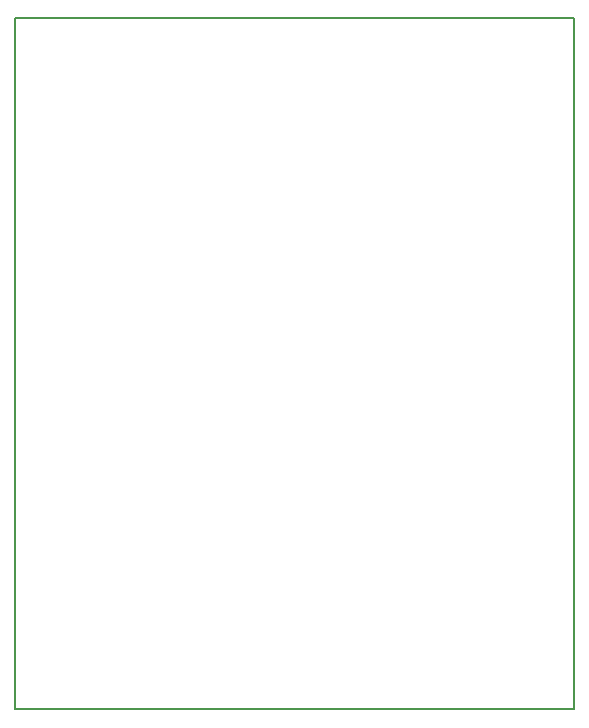
<source format=gm1>
G04 MADE WITH FRITZING*
G04 WWW.FRITZING.ORG*
G04 DOUBLE SIDED*
G04 HOLES PLATED*
G04 CONTOUR ON CENTER OF CONTOUR VECTOR*
%ASAXBY*%
%FSLAX23Y23*%
%MOIN*%
%OFA0B0*%
%SFA1.0B1.0*%
%ADD10R,1.870120X2.311980*%
%ADD11C,0.008000*%
%ADD10C,0.008*%
%LNCONTOUR*%
G90*
G70*
G54D10*
G54D11*
X4Y2308D02*
X1866Y2308D01*
X1866Y4D01*
X4Y4D01*
X4Y2308D01*
D02*
G04 End of contour*
M02*
</source>
